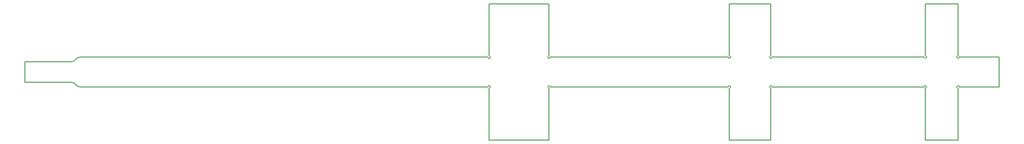
<source format=gm1>
G04 #@! TF.GenerationSoftware,KiCad,Pcbnew,7.0.7*
G04 #@! TF.CreationDate,2024-05-14T22:52:39+02:00*
G04 #@! TF.ProjectId,Index_Middle_Ring_V3,496e6465-785f-44d6-9964-646c655f5269,rev?*
G04 #@! TF.SameCoordinates,Original*
G04 #@! TF.FileFunction,Profile,NP*
%FSLAX46Y46*%
G04 Gerber Fmt 4.6, Leading zero omitted, Abs format (unit mm)*
G04 Created by KiCad (PCBNEW 7.0.7) date 2024-05-14 22:52:39*
%MOMM*%
%LPD*%
G01*
G04 APERTURE LIST*
G04 #@! TA.AperFunction,Profile*
%ADD10C,0.200000*%
G04 #@! TD*
G04 APERTURE END LIST*
D10*
X143877493Y-114774000D02*
X143877493Y-104674000D01*
X52117667Y-120374003D02*
G75*
G03*
X51282507Y-119924000I-835167J-549997D01*
G01*
X178627500Y-115024000D02*
G75*
G03*
X178877493Y-114774000I250000J0D01*
G01*
X178877493Y-121074007D02*
G75*
G03*
X178627493Y-120824000I7J250007D01*
G01*
X187127493Y-120824000D02*
X216627493Y-120824000D01*
X178877494Y-104674000D02*
X178877493Y-114774000D01*
X132027493Y-115024000D02*
X52952836Y-115024000D01*
X132027500Y-115024000D02*
G75*
G03*
X132277493Y-114774000I250000J0D01*
G01*
X42277493Y-119924000D02*
X51282507Y-119924000D01*
X216627500Y-115024000D02*
G75*
G03*
X216877493Y-114774000I250000J0D01*
G01*
X178877493Y-121074000D02*
X178877494Y-131174000D01*
X132277493Y-121074000D02*
X132277494Y-131174000D01*
X178877494Y-131174000D02*
X186877493Y-131174000D01*
X143877493Y-104674000D02*
X132277494Y-104674000D01*
X186877493Y-131174000D02*
X186877493Y-121073999D01*
X231177493Y-120824000D02*
X231177493Y-115024000D01*
X216877493Y-121074007D02*
G75*
G03*
X216627493Y-120824000I7J250007D01*
G01*
X186877493Y-104674000D02*
X178877494Y-104674000D01*
X51282507Y-115924005D02*
G75*
G03*
X52117671Y-115474000I-7J1000005D01*
G01*
X42277493Y-115924000D02*
X42277493Y-119924000D01*
X52117646Y-120374016D02*
G75*
G03*
X52952836Y-120824000I835154J550016D01*
G01*
X178627493Y-115024000D02*
X144127494Y-115024000D01*
X223177494Y-114774000D02*
X223177493Y-104674000D01*
X144127500Y-120824000D02*
G75*
G03*
X143877493Y-121074000I-250000J0D01*
G01*
X223177493Y-131174000D02*
X223177494Y-121074000D01*
X231177493Y-115024000D02*
X223427494Y-115024000D01*
X216877493Y-131174000D02*
X223177493Y-131174000D01*
X223427494Y-120824000D02*
X231177493Y-120824000D01*
X143877493Y-114774006D02*
G75*
G03*
X144127494Y-115024000I7J-249994D01*
G01*
X143877493Y-131174000D02*
X143877493Y-121074000D01*
X132277494Y-104674000D02*
X132277493Y-114774000D01*
X186877493Y-114774001D02*
X186877493Y-104674000D01*
X132277494Y-131174000D02*
X143877493Y-131174000D01*
X52952836Y-115024030D02*
G75*
G03*
X52117671Y-115474000I-36J-999970D01*
G01*
X132277493Y-121074007D02*
G75*
G03*
X132027493Y-120824000I7J250007D01*
G01*
X223177493Y-104674000D02*
X216877493Y-104674000D01*
X187127499Y-120824000D02*
G75*
G03*
X186877493Y-121073999I-249999J0D01*
G01*
X216877493Y-121074000D02*
X216877493Y-131174000D01*
X144127494Y-120824000D02*
X178627493Y-120824000D01*
X51282507Y-115924000D02*
X42277493Y-115924000D01*
X52952836Y-120824000D02*
X132027493Y-120824000D01*
X216877493Y-104674000D02*
X216877493Y-114774000D01*
X216627493Y-115024000D02*
X187127493Y-115024000D01*
X223427500Y-120824000D02*
G75*
G03*
X223177494Y-121074000I-250000J0D01*
G01*
X186877493Y-114774007D02*
G75*
G03*
X187127493Y-115024000I7J-249993D01*
G01*
X223177494Y-114774006D02*
G75*
G03*
X223427494Y-115024000I6J-249994D01*
G01*
M02*

</source>
